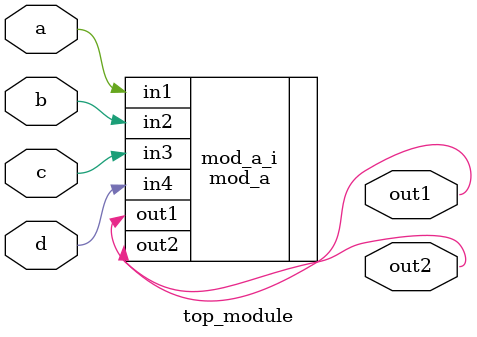
<source format=sv>
module top_module (
    input  a,
    input  b,
    input  c,
    input  d,
    output out1,
    output out2
);

    mod_a mod_a_i (
        .out1   ,
        .out2   ,
        .in1 (a),
        .in2 (b),
        .in3 (c),
        .in4 (d)
    );

endmodule


</source>
